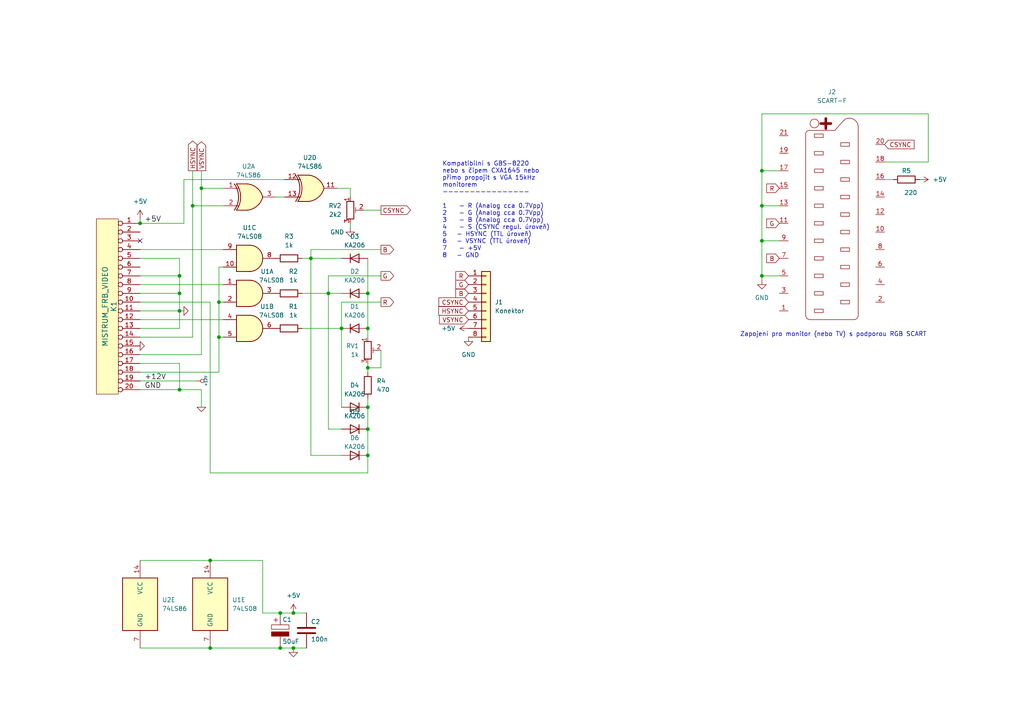
<source format=kicad_sch>
(kicad_sch (version 20230121) (generator eeschema)
  (paper "A4")
  (title_block (title "Mistrum Video Converter") (date "2022-08-20") (rev "1.1"))
  (lib_symbols
    (symbol "74xx:74LS08" (pin_names (offset 1.016))
      (property "Reference" "U" (at 0 1.27 0))
      (property "Value" "74LS08" (at 0 -1.27 0))
      (symbol "74LS08_1_1"
        (arc (start 0 -3.81) (mid 3.7934 0) (end 0 3.81) (stroke (width 0.254)) (fill (type background)))
        (polyline (pts (xy 0 3.81) (xy -3.81 3.81) (xy -3.81 -3.81) (xy 0 -3.81)) (stroke (width 0.254)) (fill (type background)))
        (pin input line (at -7.62 2.54 0) (length 3.81) (name "~") (number "1"))
        (pin input line (at -7.62 -2.54 0) (length 3.81) (name "~") (number "2"))
        (pin output line (at 7.62 0 180) (length 3.81) (name "~") (number "3"))
      )
      (symbol "74LS08_1_2"
        (arc (start -3.81 -3.81) (mid -2.589 0) (end -3.81 3.81) (stroke (width 0.254)))
        (arc (start -0.6096 -3.81) (mid 2.1855 -2.584) (end 3.81 0) (stroke (width 0.254)) (fill (type background)))
        (polyline (pts (xy -3.81 -3.81) (xy -0.635 -3.81)) (stroke (width 0.254)) (fill (type background)))
        (polyline (pts (xy -3.81 3.81) (xy -0.635 3.81)) (stroke (width 0.254)) (fill (type background)))
        (polyline (pts (xy -0.635 3.81) (xy -3.81 3.81) (xy -3.81 3.81) (xy -3.556 3.4036) (xy -3.0226 2.2606) (xy -2.6924 1.0414) (xy -2.6162 -0.254) (xy -2.7686 -1.4986) (xy -3.175 -2.7178) (xy -3.81 -3.81) (xy -3.81 -3.81) (xy -0.635 -3.81)) (stroke (width -25.4)) (fill (type background)))
        (arc (start 3.81 0) (mid 2.1928 2.5925) (end -0.6096 3.81) (stroke (width 0.254)) (fill (type background)))
        (pin input inverted (at -7.62 2.54 0) (length 4.318) (name "~") (number "1"))
        (pin input inverted (at -7.62 -2.54 0) (length 4.318) (name "~") (number "2"))
        (pin output inverted (at 7.62 0 180) (length 3.81) (name "~") (number "3"))
      )
      (symbol "74LS08_2_1"
        (arc (start 0 -3.81) (mid 3.7934 0) (end 0 3.81) (stroke (width 0.254)) (fill (type background)))
        (polyline (pts (xy 0 3.81) (xy -3.81 3.81) (xy -3.81 -3.81) (xy 0 -3.81)) (stroke (width 0.254)) (fill (type background)))
        (pin input line (at -7.62 2.54 0) (length 3.81) (name "~") (number "4"))
        (pin input line (at -7.62 -2.54 0) (length 3.81) (name "~") (number "5"))
        (pin output line (at 7.62 0 180) (length 3.81) (name "~") (number "6"))
      )
      (symbol "74LS08_2_2"
        (arc (start -3.81 -3.81) (mid -2.589 0) (end -3.81 3.81) (stroke (width 0.254)))
        (arc (start -0.6096 -3.81) (mid 2.1855 -2.584) (end 3.81 0) (stroke (width 0.254)) (fill (type background)))
        (polyline (pts (xy -3.81 -3.81) (xy -0.635 -3.81)) (stroke (width 0.254)) (fill (type background)))
        (polyline (pts (xy -3.81 3.81) (xy -0.635 3.81)) (stroke (width 0.254)) (fill (type background)))
        (polyline (pts (xy -0.635 3.81) (xy -3.81 3.81) (xy -3.81 3.81) (xy -3.556 3.4036) (xy -3.0226 2.2606) (xy -2.6924 1.0414) (xy -2.6162 -0.254) (xy -2.7686 -1.4986) (xy -3.175 -2.7178) (xy -3.81 -3.81) (xy -3.81 -3.81) (xy -0.635 -3.81)) (stroke (width -25.4)) (fill (type background)))
        (arc (start 3.81 0) (mid 2.1928 2.5925) (end -0.6096 3.81) (stroke (width 0.254)) (fill (type background)))
        (pin input inverted (at -7.62 2.54 0) (length 4.318) (name "~") (number "4"))
        (pin input inverted (at -7.62 -2.54 0) (length 4.318) (name "~") (number "5"))
        (pin output inverted (at 7.62 0 180) (length 3.81) (name "~") (number "6"))
      )
      (symbol "74LS08_3_1"
        (arc (start 0 -3.81) (mid 3.7934 0) (end 0 3.81) (stroke (width 0.254)) (fill (type background)))
        (polyline (pts (xy 0 3.81) (xy -3.81 3.81) (xy -3.81 -3.81) (xy 0 -3.81)) (stroke (width 0.254)) (fill (type background)))
        (pin input line (at -7.62 -2.54 0) (length 3.81) (name "~") (number "10"))
        (pin output line (at 7.62 0 180) (length 3.81) (name "~") (number "8"))
        (pin input line (at -7.62 2.54 0) (length 3.81) (name "~") (number "9"))
      )
      (symbol "74LS08_3_2"
        (arc (start -3.81 -3.81) (mid -2.589 0) (end -3.81 3.81) (stroke (width 0.254)))
        (arc (start -0.6096 -3.81) (mid 2.1855 -2.584) (end 3.81 0) (stroke (width 0.254)) (fill (type background)))
        (polyline (pts (xy -3.81 -3.81) (xy -0.635 -3.81)) (stroke (width 0.254)) (fill (type background)))
        (polyline (pts (xy -3.81 3.81) (xy -0.635 3.81)) (stroke (width 0.254)) (fill (type background)))
        (polyline (pts (xy -0.635 3.81) (xy -3.81 3.81) (xy -3.81 3.81) (xy -3.556 3.4036) (xy -3.0226 2.2606) (xy -2.6924 1.0414) (xy -2.6162 -0.254) (xy -2.7686 -1.4986) (xy -3.175 -2.7178) (xy -3.81 -3.81) (xy -3.81 -3.81) (xy -0.635 -3.81)) (stroke (width -25.4)) (fill (type background)))
        (arc (start 3.81 0) (mid 2.1928 2.5925) (end -0.6096 3.81) (stroke (width 0.254)) (fill (type background)))
        (pin input inverted (at -7.62 -2.54 0) (length 4.318) (name "~") (number "10"))
        (pin output inverted (at 7.62 0 180) (length 3.81) (name "~") (number "8"))
        (pin input inverted (at -7.62 2.54 0) (length 4.318) (name "~") (number "9"))
      )
      (symbol "74LS08_4_1"
        (arc (start 0 -3.81) (mid 3.7934 0) (end 0 3.81) (stroke (width 0.254)) (fill (type background)))
        (polyline (pts (xy 0 3.81) (xy -3.81 3.81) (xy -3.81 -3.81) (xy 0 -3.81)) (stroke (width 0.254)) (fill (type background)))
        (pin output line (at 7.62 0 180) (length 3.81) (name "~") (number "11"))
        (pin input line (at -7.62 2.54 0) (length 3.81) (name "~") (number "12"))
        (pin input line (at -7.62 -2.54 0) (length 3.81) (name "~") (number "13"))
      )
      (symbol "74LS08_4_2"
        (arc (start -3.81 -3.81) (mid -2.589 0) (end -3.81 3.81) (stroke (width 0.254)))
        (arc (start -0.6096 -3.81) (mid 2.1855 -2.584) (end 3.81 0) (stroke (width 0.254)) (fill (type background)))
        (polyline (pts (xy -3.81 -3.81) (xy -0.635 -3.81)) (stroke (width 0.254)) (fill (type background)))
        (polyline (pts (xy -3.81 3.81) (xy -0.635 3.81)) (stroke (width 0.254)) (fill (type background)))
        (polyline (pts (xy -0.635 3.81) (xy -3.81 3.81) (xy -3.81 3.81) (xy -3.556 3.4036) (xy -3.0226 2.2606) (xy -2.6924 1.0414) (xy -2.6162 -0.254) (xy -2.7686 -1.4986) (xy -3.175 -2.7178) (xy -3.81 -3.81) (xy -3.81 -3.81) (xy -0.635 -3.81)) (stroke (width -25.4)) (fill (type background)))
        (arc (start 3.81 0) (mid 2.1928 2.5925) (end -0.6096 3.81) (stroke (width 0.254)) (fill (type background)))
        (pin output inverted (at 7.62 0 180) (length 3.81) (name "~") (number "11"))
        (pin input inverted (at -7.62 2.54 0) (length 4.318) (name "~") (number "12"))
        (pin input inverted (at -7.62 -2.54 0) (length 4.318) (name "~") (number "13"))
      )
      (symbol "74LS08_5_0"
        (pin power_in line (at 0 12.7 270) (length 5.08) (name "VCC") (number "14"))
        (pin power_in line (at 0 -12.7 90) (length 5.08) (name "GND") (number "7"))
      )
      (symbol "74LS08_5_1"
        (rectangle (start -5.08 7.62) (end 5.08 -7.62) (stroke (width 0.254)) (fill (type background)))
      )
    )
    (symbol "74xx:74LS86" (pin_names (offset 1.016))
      (property "Reference" "U" (at 0 1.27 0))
      (property "Value" "74LS86" (at 0 -1.27 0))
      (symbol "74LS86_1_0"
        (arc (start -4.4196 -3.81) (mid -3.2033 0) (end -4.4196 3.81) (stroke (width 0.254)))
        (arc (start -3.81 -3.81) (mid -2.589 0) (end -3.81 3.81) (stroke (width 0.254)))
        (arc (start -0.6096 -3.81) (mid 2.1855 -2.584) (end 3.81 0) (stroke (width 0.254)) (fill (type background)))
        (polyline (pts (xy -3.81 -3.81) (xy -0.635 -3.81)) (stroke (width 0.254)) (fill (type background)))
        (polyline (pts (xy -3.81 3.81) (xy -0.635 3.81)) (stroke (width 0.254)) (fill (type background)))
        (polyline (pts (xy -0.635 3.81) (xy -3.81 3.81) (xy -3.81 3.81) (xy -3.556 3.4036) (xy -3.0226 2.2606) (xy -2.6924 1.0414) (xy -2.6162 -0.254) (xy -2.7686 -1.4986) (xy -3.175 -2.7178) (xy -3.81 -3.81) (xy -3.81 -3.81) (xy -0.635 -3.81)) (stroke (width -25.4)) (fill (type background)))
        (arc (start 3.81 0) (mid 2.1928 2.5925) (end -0.6096 3.81) (stroke (width 0.254)) (fill (type background)))
        (pin input line (at -7.62 2.54 0) (length 4.445) (name "~") (number "1"))
        (pin input line (at -7.62 -2.54 0) (length 4.445) (name "~") (number "2"))
        (pin output line (at 7.62 0 180) (length 3.81) (name "~") (number "3"))
      )
      (symbol "74LS86_1_1"
        (polyline (pts (xy -3.81 -2.54) (xy -3.175 -2.54)) (stroke (width 0.1524)))
        (polyline (pts (xy -3.81 2.54) (xy -3.175 2.54)) (stroke (width 0.1524)))
      )
      (symbol "74LS86_2_0"
        (arc (start -4.4196 -3.81) (mid -3.2033 0) (end -4.4196 3.81) (stroke (width 0.254)))
        (arc (start -3.81 -3.81) (mid -2.589 0) (end -3.81 3.81) (stroke (width 0.254)))
        (arc (start -0.6096 -3.81) (mid 2.1855 -2.584) (end 3.81 0) (stroke (width 0.254)) (fill (type background)))
        (polyline (pts (xy -3.81 -3.81) (xy -0.635 -3.81)) (stroke (width 0.254)) (fill (type background)))
        (polyline (pts (xy -3.81 3.81) (xy -0.635 3.81)) (stroke (width 0.254)) (fill (type background)))
        (polyline (pts (xy -0.635 3.81) (xy -3.81 3.81) (xy -3.81 3.81) (xy -3.556 3.4036) (xy -3.0226 2.2606) (xy -2.6924 1.0414) (xy -2.6162 -0.254) (xy -2.7686 -1.4986) (xy -3.175 -2.7178) (xy -3.81 -3.81) (xy -3.81 -3.81) (xy -0.635 -3.81)) (stroke (width -25.4)) (fill (type background)))
        (arc (start 3.81 0) (mid 2.1928 2.5925) (end -0.6096 3.81) (stroke (width 0.254)) (fill (type background)))
        (pin input line (at -7.62 2.54 0) (length 4.445) (name "~") (number "4"))
        (pin input line (at -7.62 -2.54 0) (length 4.445) (name "~") (number "5"))
        (pin output line (at 7.62 0 180) (length 3.81) (name "~") (number "6"))
      )
      (symbol "74LS86_2_1"
        (polyline (pts (xy -3.81 -2.54) (xy -3.175 -2.54)) (stroke (width 0.1524)))
        (polyline (pts (xy -3.81 2.54) (xy -3.175 2.54)) (stroke (width 0.1524)))
      )
      (symbol "74LS86_3_0"
        (arc (start -4.4196 -3.81) (mid -3.2033 0) (end -4.4196 3.81) (stroke (width 0.254)))
        (arc (start -3.81 -3.81) (mid -2.589 0) (end -3.81 3.81) (stroke (width 0.254)))
        (arc (start -0.6096 -3.81) (mid 2.1855 -2.584) (end 3.81 0) (stroke (width 0.254)) (fill (type background)))
        (polyline (pts (xy -3.81 -3.81) (xy -0.635 -3.81)) (stroke (width 0.254)) (fill (type background)))
        (polyline (pts (xy -3.81 3.81) (xy -0.635 3.81)) (stroke (width 0.254)) (fill (type background)))
        (polyline (pts (xy -0.635 3.81) (xy -3.81 3.81) (xy -3.81 3.81) (xy -3.556 3.4036) (xy -3.0226 2.2606) (xy -2.6924 1.0414) (xy -2.6162 -0.254) (xy -2.7686 -1.4986) (xy -3.175 -2.7178) (xy -3.81 -3.81) (xy -3.81 -3.81) (xy -0.635 -3.81)) (stroke (width -25.4)) (fill (type background)))
        (arc (start 3.81 0) (mid 2.1928 2.5925) (end -0.6096 3.81) (stroke (width 0.254)) (fill (type background)))
        (pin input line (at -7.62 -2.54 0) (length 4.445) (name "~") (number "10"))
        (pin output line (at 7.62 0 180) (length 3.81) (name "~") (number "8"))
        (pin input line (at -7.62 2.54 0) (length 4.445) (name "~") (number "9"))
      )
      (symbol "74LS86_3_1"
        (polyline (pts (xy -3.81 -2.54) (xy -3.175 -2.54)) (stroke (width 0.1524)))
        (polyline (pts (xy -3.81 2.54) (xy -3.175 2.54)) (stroke (width 0.1524)))
      )
      (symbol "74LS86_4_0"
        (arc (start -4.4196 -3.81) (mid -3.2033 0) (end -4.4196 3.81) (stroke (width 0.254)))
        (arc (start -3.81 -3.81) (mid -2.589 0) (end -3.81 3.81) (stroke (width 0.254)))
        (arc (start -0.6096 -3.81) (mid 2.1855 -2.584) (end 3.81 0) (stroke (width 0.254)) (fill (type background)))
        (polyline (pts (xy -3.81 -3.81) (xy -0.635 -3.81)) (stroke (width 0.254)) (fill (type background)))
        (polyline (pts (xy -3.81 3.81) (xy -0.635 3.81)) (stroke (width 0.254)) (fill (type background)))
        (polyline (pts (xy -0.635 3.81) (xy -3.81 3.81) (xy -3.81 3.81) (xy -3.556 3.4036) (xy -3.0226 2.2606) (xy -2.6924 1.0414) (xy -2.6162 -0.254) (xy -2.7686 -1.4986) (xy -3.175 -2.7178) (xy -3.81 -3.81) (xy -3.81 -3.81) (xy -0.635 -3.81)) (stroke (width -25.4)) (fill (type background)))
        (arc (start 3.81 0) (mid 2.1928 2.5925) (end -0.6096 3.81) (stroke (width 0.254)) (fill (type background)))
        (pin output line (at 7.62 0 180) (length 3.81) (name "~") (number "11"))
        (pin input line (at -7.62 2.54 0) (length 4.445) (name "~") (number "12"))
        (pin input line (at -7.62 -2.54 0) (length 4.445) (name "~") (number "13"))
      )
      (symbol "74LS86_4_1"
        (polyline (pts (xy -3.81 -2.54) (xy -3.175 -2.54)) (stroke (width 0.1524)))
        (polyline (pts (xy -3.81 2.54) (xy -3.175 2.54)) (stroke (width 0.1524)))
      )
      (symbol "74LS86_5_0"
        (pin power_in line (at 0 12.7 270) (length 5.08) (name "VCC") (number "14"))
        (pin power_in line (at 0 -12.7 90) (length 5.08) (name "GND") (number "7"))
      )
      (symbol "74LS86_5_1"
        (rectangle (start -5.08 7.62) (end 5.08 -7.62) (stroke (width 0.254)) (fill (type background)))
      )
    )
    (symbol "Connector:SCART-F" (pin_names (offset 0.762) hide)
      (property "Reference" "J" (at 0 31.75 0))
      (property "Value" "SCART-F" (at 1.016 -29.21 0))
      (symbol "SCART-F_0_1"
        (arc (start -7.62 -26.67) (mid -7.248 -27.568) (end -6.35 -27.94))
        (arc (start -6.604 26.9494) (mid -7.3224 26.6518) (end -7.62 25.9334))
        (rectangle (start -5.08 -24.892) (end -2.54 -25.908))
        (rectangle (start -5.08 -19.812) (end -2.54 -20.828))
        (rectangle (start -5.08 -14.732) (end -2.54 -15.748))
        (rectangle (start -5.08 -9.652) (end -2.54 -10.668))
        (rectangle (start -5.08 -4.572) (end -2.54 -5.588))
        (rectangle (start -5.08 0.508) (end -2.54 -0.508))
        (rectangle (start -5.08 5.588) (end -2.54 4.572))
        (rectangle (start -5.08 10.668) (end -2.54 9.652))
        (rectangle (start -5.08 15.748) (end -2.54 14.732))
        (rectangle (start -5.08 20.828) (end -2.54 19.812))
        (rectangle (start -5.08 25.908) (end -2.54 24.892))
        (circle (center -5.08 28.956) (radius 1.27))
        (polyline (pts (xy -7.62 22.86) (xy -7.62 -26.67)))
        (polyline (pts (xy -7.62 22.86) (xy -7.62 24.13)))
        (polyline (pts (xy -7.62 24.6634) (xy -7.62 24.13)))
        (polyline (pts (xy -7.62 24.6634) (xy -7.62 25.9334)))
        (polyline (pts (xy -6.604 26.9494) (xy 0.508 26.9494)))
        (polyline (pts (xy -6.35 -27.94) (xy 6.35 -27.94)))
        (polyline (pts (xy 3.302 29.718) (xy 1.27 27.432)))
        (polyline (pts (xy 4.826 30.48) (xy 5.08 30.48)))
        (polyline (pts (xy 7.62 -26.67) (xy 7.62 28.2194)))
        (arc (start 0.508 26.924) (mid 0.955 27.0688) (end 1.2192 27.4574))
        (rectangle (start 2.54 -22.352) (end 5.08 -23.368))
        (rectangle (start 2.54 -17.272) (end 5.08 -18.288))
        (rectangle (start 2.54 -12.192) (end 5.08 -13.208))
        (rectangle (start 2.54 -7.112) (end 5.08 -8.128))
        (rectangle (start 2.54 -2.032) (end 5.08 -3.048))
        (rectangle (start 2.54 3.048) (end 5.08 2.032))
        (rectangle (start 2.54 8.128) (end 5.08 7.112))
        (rectangle (start 2.54 13.208) (end 5.08 12.192))
        (rectangle (start 2.54 18.288) (end 5.08 17.272))
        (rectangle (start 2.54 23.368) (end 5.08 22.352))
        (arc (start 4.826 30.48) (mid 4.0004 30.2733) (end 3.3782 29.6926))
        (arc (start 6.35 -27.94) (mid 7.248 -27.568) (end 7.62 -26.67))
        (arc (start 7.62 27.94) (mid 6.8761 29.7361) (end 5.08 30.48))
        (text "+" (at -1.778 29.21 0) (effects (font (size 3.81 3.81) bold)))
      )
      (symbol "SCART-F_1_1"
        (pin passive line (at -15.24 -25.4 0) (length 2.54) (name "P1") (number "1"))
        (pin passive line (at 15.24 -2.54 180) (length 2.54) (name "P10") (number "10"))
        (pin passive line (at -15.24 0 0) (length 2.54) (name "P11") (number "11"))
        (pin passive line (at 15.24 2.54 180) (length 2.54) (name "P12") (number "12"))
        (pin passive line (at -15.24 5.08 0) (length 2.54) (name "P13") (number "13"))
        (pin passive line (at 15.24 7.62 180) (length 2.54) (name "P14") (number "14"))
        (pin passive line (at -15.24 10.16 0) (length 2.54) (name "P15") (number "15"))
        (pin passive line (at 15.24 12.7 180) (length 2.54) (name "P16") (number "16"))
        (pin passive line (at -15.24 15.24 0) (length 2.54) (name "P17") (number "17"))
        (pin passive line (at 15.24 17.78 180) (length 2.54) (name "P18") (number "18"))
        (pin passive line (at -15.24 20.32 0) (length 2.54) (name "P19") (number "19"))
        (pin passive line (at 15.24 -22.86 180) (length 2.54) (name "P2") (number "2"))
        (pin passive line (at 15.24 22.86 180) (length 2.54) (name "P20") (number "20"))
        (pin passive line (at -15.24 25.4 0) (length 2.54) (name "P21") (number "21"))
        (pin passive line (at -15.24 -20.32 0) (length 2.54) (name "P3") (number "3"))
        (pin passive line (at 15.24 -17.78 180) (length 2.54) (name "P4") (number "4"))
        (pin passive line (at -15.24 -15.24 0) (length 2.54) (name "P5") (number "5"))
        (pin passive line (at 15.24 -12.7 180) (length 2.54) (name "P6") (number "6"))
        (pin passive line (at -15.24 -10.16 0) (length 2.54) (name "P7") (number "7"))
        (pin passive line (at 15.24 -7.62 180) (length 2.54) (name "P8") (number "8"))
        (pin passive line (at -15.24 -5.08 0) (length 2.54) (name "P9") (number "9"))
      )
    )
    (symbol "Connector_Generic:Conn_01x08" (pin_names (offset 1.016) hide)
      (property "Reference" "J" (at 0 10.16 0))
      (property "Value" "Conn_01x08" (at 0 -12.7 0))
      (symbol "Conn_01x08_1_1"
        (rectangle (start -1.27 -10.033) (end 0 -10.287) (stroke (width 0.1524)))
        (rectangle (start -1.27 -7.493) (end 0 -7.747) (stroke (width 0.1524)))
        (rectangle (start -1.27 -4.953) (end 0 -5.207) (stroke (width 0.1524)))
        (rectangle (start -1.27 -2.413) (end 0 -2.667) (stroke (width 0.1524)))
        (rectangle (start -1.27 0.127) (end 0 -0.127) (stroke (width 0.1524)))
        (rectangle (start -1.27 2.667) (end 0 2.413) (stroke (width 0.1524)))
        (rectangle (start -1.27 5.207) (end 0 4.953) (stroke (width 0.1524)))
        (rectangle (start -1.27 7.747) (end 0 7.493) (stroke (width 0.1524)))
        (rectangle (start -1.27 8.89) (end 1.27 -11.43) (stroke (width 0.254)) (fill (type background)))
        (pin passive line (at -5.08 7.62 0) (length 3.81) (name "Pin_1") (number "1"))
        (pin passive line (at -5.08 5.08 0) (length 3.81) (name "Pin_2") (number "2"))
        (pin passive line (at -5.08 2.54 0) (length 3.81) (name "Pin_3") (number "3"))
        (pin passive line (at -5.08 0 0) (length 3.81) (name "Pin_4") (number "4"))
        (pin passive line (at -5.08 -2.54 0) (length 3.81) (name "Pin_5") (number "5"))
        (pin passive line (at -5.08 -5.08 0) (length 3.81) (name "Pin_6") (number "6"))
        (pin passive line (at -5.08 -7.62 0) (length 3.81) (name "Pin_7") (number "7"))
        (pin passive line (at -5.08 -10.16 0) (length 3.81) (name "Pin_8") (number "8"))
      )
    )
    (symbol "Device:D" (pin_numbers hide) (pin_names (offset 1.016) hide)
      (property "Reference" "D" (at 0 2.54 0))
      (property "Value" "D" (at 0 -2.54 0))
      (symbol "D_0_1"
        (polyline (pts (xy -1.27 1.27) (xy -1.27 -1.27)) (stroke (width 0.254)))
        (polyline (pts (xy 1.27 0) (xy -1.27 0)))
        (polyline (pts (xy 1.27 1.27) (xy 1.27 -1.27) (xy -1.27 0) (xy 1.27 1.27)) (stroke (width 0.254)))
      )
      (symbol "D_1_1"
        (pin passive line (at -3.81 0 0) (length 2.54) (name "K") (number "1"))
        (pin passive line (at 3.81 0 180) (length 2.54) (name "A") (number "2"))
      )
    )
    (symbol "Device:R" (pin_numbers hide) (pin_names (offset 0))
      (property "Reference" "R" (at 2.032 0 90))
      (property "Value" "R" (at 0 0 90))
      (symbol "R_0_1"
        (rectangle (start -1.016 -2.54) (end 1.016 2.54) (stroke (width 0.254)))
      )
      (symbol "R_1_1"
        (pin passive line (at 0 3.81 270) (length 1.27) (name "~") (number "1"))
        (pin passive line (at 0 -3.81 90) (length 1.27) (name "~") (number "2"))
      )
    )
    (symbol "Device:R_Potentiometer_Trim" (pin_names (offset 1.016) hide)
      (property "Reference" "RV" (at -4.445 0 90))
      (property "Value" "R_Potentiometer_Trim" (at -2.54 0 90))
      (symbol "R_Potentiometer_Trim_0_1"
        (polyline (pts (xy 1.524 0.762) (xy 1.524 -0.762)))
        (polyline (pts (xy 2.54 0) (xy 1.524 0)))
        (rectangle (start 1.016 2.54) (end -1.016 -2.54) (stroke (width 0.254)))
      )
      (symbol "R_Potentiometer_Trim_1_1"
        (pin passive line (at 0 3.81 270) (length 1.27) (name "1") (number "1"))
        (pin passive line (at 3.81 0 180) (length 1.27) (name "2") (number "2"))
        (pin passive line (at 0 -3.81 90) (length 1.27) (name "3") (number "3"))
      )
    )
    (symbol "modulator-rescue:+12V" (power) (pin_numbers hide) (pin_names (offset 0))
      (property "Value" "+12V" (at 0 2.54 0))
      (symbol "+12V_0_0"
        (pin power_in line (at 0 0 90) (length 0) hide (name "+12V") (number "1"))
      )
      (symbol "+12V_0_1"
        (polyline (pts (xy 0 0) (xy 0 1.016) (xy 0 1.016)))
        (circle (center 0 1.524) (radius 0.508))
      )
    )
    (symbol "modulator-rescue:C" (pin_numbers hide) (pin_names (offset 0.254))
      (property "Reference" "C" (at 1.27 2.54 0))
      (property "Value" "C" (at 1.27 -2.54 0))
      (symbol "C_0_1"
        (polyline (pts (xy -2.54 -0.762) (xy 2.54 -0.762)) (stroke (width 0.508)))
        (polyline (pts (xy -2.54 0.762) (xy 2.54 0.762)) (stroke (width 0.508)))
      )
      (symbol "C_1_1"
        (pin passive line (at 0 5.08 270) (length 4.318) (name "~") (number "1"))
        (pin passive line (at 0 -5.08 90) (length 4.318) (name "~") (number "2"))
      )
    )
    (symbol "modulator-rescue:CONN_20" (pin_names (offset 1.016) hide)
      (property "Reference" "P" (at -1.27 0 90))
      (property "Value" "CONN_20" (at 1.27 0 90))
      (symbol "CONN_20_0_1"
        (rectangle (start -2.54 -25.4) (end 3.81 25.4) (fill (type background)))
      )
      (symbol "CONN_20_1_1"
        (pin passive inverted (at -8.89 24.13 0) (length 6.35) (name "P1") (number "1"))
        (pin passive inverted (at -8.89 1.27 0) (length 6.35) (name "P10") (number "10"))
        (pin passive inverted (at -8.89 -1.27 0) (length 6.35) (name "P11") (number "11"))
        (pin passive inverted (at -8.89 -3.81 0) (length 6.35) (name "P12") (number "12"))
        (pin passive inverted (at -8.89 -6.35 0) (length 6.35) (name "P13") (number "13"))
        (pin passive inverted (at -8.89 -8.89 0) (length 6.35) (name "P14") (number "14"))
        (pin passive inverted (at -8.89 -11.43 0) (length 6.35) (name "P15") (number "15"))
        (pin passive inverted (at -8.89 -13.97 0) (length 6.35) (name "P16") (number "16"))
        (pin passive inverted (at -8.89 -16.51 0) (length 6.35) (name "P17") (number "17"))
        (pin passive inverted (at -8.89 -19.05 0) (length 6.35) (name "P18") (number "18"))
        (pin passive inverted (at -8.89 -21.59 0) (length 6.35) (name "P19") (number "19"))
        (pin passive inverted (at -8.89 21.59 0) (length 6.35) (name "P2") (number "2"))
        (pin passive inverted (at -8.89 -24.13 0) (length 6.35) (name "P20") (number "20"))
        (pin passive inverted (at -8.89 19.05 0) (length 6.35) (name "P3") (number "3"))
        (pin passive inverted (at -8.89 16.51 0) (length 6.35) (name "P4") (number "4"))
        (pin passive inverted (at -8.89 13.97 0) (length 6.35) (name "P5") (number "5"))
        (pin passive inverted (at -8.89 11.43 0) (length 6.35) (name "P6") (number "6"))
        (pin passive inverted (at -8.89 8.89 0) (length 6.35) (name "P7") (number "7"))
        (pin passive inverted (at -8.89 6.35 0) (length 6.35) (name "P8") (number "8"))
        (pin passive inverted (at -8.89 3.81 0) (length 6.35) (name "P9") (number "9"))
      )
    )
    (symbol "modulator-rescue:C_POL" (pin_numbers hide) (pin_names (offset 0.254))
      (property "Reference" "C" (at 0.635 3.175 0))
      (property "Value" "C_POL" (at 0.635 -3.175 0))
      (symbol "C_POL_0_0"
        (text "+" (at -1.27 3.175 0) (effects (font (size 1.524 1.524))))
      )
      (symbol "C_POL_0_1"
        (rectangle (start -2.54 -0.381) (end 2.54 -1.651) (fill (type outline)))
        (polyline (pts (xy 2.54 0.381) (xy 2.54 1.651) (xy -2.54 1.651) (xy -2.54 0.381) (xy 2.54 0.381) (xy 2.54 0.381)))
      )
      (symbol "C_POL_1_1"
        (pin passive line (at 0 5.08 270) (length 3.302) (name "~") (number "1"))
        (pin passive line (at 0 -5.08 90) (length 4.318) (name "~") (number "2"))
      )
    )
    (symbol "modulator-rescue:GND" (power) (pin_names (offset 0))
      (symbol "GND_0_1"
        (polyline (pts (xy -1.27 0) (xy 0 -1.27) (xy 1.27 0) (xy -1.27 0)))
      )
      (symbol "GND_1_1"
        (pin power_in line (at 0 0 90) (length 0) hide (name "GND") (number "1"))
      )
    )
    (symbol "power:+5V" (power) (pin_names (offset 0))
      (property "Value" "+5V" (at 0 3.556 0))
      (symbol "+5V_0_1"
        (polyline (pts (xy -0.762 1.27) (xy 0 2.54)))
        (polyline (pts (xy 0 0) (xy 0 2.54)))
        (polyline (pts (xy 0 2.54) (xy 0.762 1.27)))
      )
      (symbol "+5V_1_1"
        (pin power_in line (at 0 0 90) (length 0) hide (name "+5V") (number "1"))
      )
    )
    (symbol "power:GND" (power) (pin_names (offset 0))
      (property "Value" "GND" (at 0 -3.81 0))
      (symbol "GND_0_1"
        (polyline (pts (xy 0 0) (xy 0 -1.27) (xy 1.27 -1.27) (xy 0 -2.54) (xy -1.27 -1.27) (xy 0 -1.27)))
      )
      (symbol "GND_1_1"
        (pin power_in line (at 0 0 270) (length 0) hide (name "GND") (number "1"))
      )
    )
  )
  (junction (at 52.07 113.03))
  (junction (at 106.68 118.11))
  (junction (at 52.07 90.17))
  (junction (at 85.09 177.8))
  (junction (at 40.64 64.77))
  (junction (at 106.68 132.08))
  (junction (at 81.28 177.8))
  (junction (at 99.06 95.25))
  (junction (at 58.42 54.61))
  (junction (at 63.5 87.63))
  (junction (at 90.17 74.93))
  (junction (at 85.09 187.96))
  (junction (at 55.88 59.69))
  (junction (at 220.98 69.85))
  (junction (at 81.28 187.96))
  (junction (at 220.98 80.01))
  (junction (at 106.68 95.25))
  (junction (at 106.68 106.68))
  (junction (at 95.25 85.09))
  (junction (at 220.98 59.69))
  (junction (at 106.68 85.09))
  (junction (at 60.96 162.56))
  (junction (at 52.07 85.09))
  (junction (at 52.07 80.01))
  (junction (at 106.68 124.46))
  (junction (at 220.98 49.53))
  (junction (at 60.96 187.96))
  (junction (at 63.5 97.79))
  (no_connect (at 40.64 69.85))
  (wire (pts (xy 40.64 80.01) (xy 52.07 80.01)))
  (wire (pts (xy 99.06 95.25) (xy 99.06 87.63)))
  (wire (pts (xy 106.68 115.57) (xy 106.68 118.11)))
  (wire (pts (xy 256.54 46.99) (xy 269.24 46.99)))
  (wire (pts (xy 269.24 33.02) (xy 220.98 33.02)))
  (wire (pts (xy 53.34 90.17) (xy 52.07 90.17)))
  (wire (pts (xy 40.64 97.79) (xy 55.88 97.79)))
  (wire (pts (xy 40.64 102.87) (xy 58.42 102.87)))
  (wire (pts (xy 40.64 87.63) (xy 60.96 87.63)))
  (wire (pts (xy 76.2 162.56) (xy 76.2 177.8)))
  (wire (pts (xy 63.5 87.63) (xy 63.5 77.47)))
  (wire (pts (xy 58.42 54.61) (xy 64.77 54.61)))
  (wire (pts (xy 63.5 97.79) (xy 64.77 97.79)))
  (wire (pts (xy 60.96 87.63) (xy 60.96 137.16)))
  (wire (pts (xy 52.07 90.17) (xy 52.07 95.25)))
  (wire (pts (xy 40.64 63.5) (xy 40.64 64.77)))
  (wire (pts (xy 63.5 107.95) (xy 63.5 97.79)))
  (wire (pts (xy 85.09 187.96) (xy 85.09 189.23)))
  (wire (pts (xy 58.42 49.53) (xy 58.42 54.61)))
  (wire (pts (xy 40.64 107.95) (xy 63.5 107.95)))
  (wire (pts (xy 58.42 102.87) (xy 58.42 54.61)))
  (wire (pts (xy 110.49 101.6) (xy 110.49 106.68)))
  (wire (pts (xy 55.88 49.53) (xy 55.88 59.69)))
  (wire (pts (xy 90.17 74.93) (xy 90.17 72.39)))
  (wire (pts (xy 106.68 74.93) (xy 106.68 85.09)))
  (wire (pts (xy 85.09 177.8) (xy 88.9 177.8)))
  (wire (pts (xy 52.07 105.41) (xy 52.07 113.03)))
  (wire (pts (xy 60.96 162.56) (xy 76.2 162.56)))
  (wire (pts (xy 106.68 85.09) (xy 106.68 95.25)))
  (wire (pts (xy 99.06 124.46) (xy 95.25 124.46)))
  (wire (pts (xy 53.34 52.07) (xy 82.55 52.07)))
  (wire (pts (xy 85.09 187.96) (xy 88.9 187.96)))
  (wire (pts (xy 226.06 80.01) (xy 220.98 80.01)))
  (wire (pts (xy 106.68 105.41) (xy 106.68 106.68)))
  (wire (pts (xy 220.98 80.01) (xy 220.98 69.85)))
  (wire (pts (xy 52.07 85.09) (xy 40.64 85.09)))
  (wire (pts (xy 105.41 60.96) (xy 110.49 60.96)))
  (wire (pts (xy 99.06 87.63) (xy 110.49 87.63)))
  (wire (pts (xy 40.64 110.49) (xy 57.15 110.49)))
  (wire (pts (xy 269.24 46.99) (xy 269.24 33.02)))
  (wire (pts (xy 106.68 118.11) (xy 106.68 124.46)))
  (wire (pts (xy 220.98 59.69) (xy 226.06 59.69)))
  (wire (pts (xy 52.07 80.01) (xy 52.07 85.09)))
  (wire (pts (xy 60.96 137.16) (xy 106.68 137.16)))
  (wire (pts (xy 220.98 59.69) (xy 220.98 49.53)))
  (wire (pts (xy 220.98 81.28) (xy 220.98 80.01)))
  (wire (pts (xy 87.63 95.25) (xy 99.06 95.25)))
  (wire (pts (xy 220.98 49.53) (xy 226.06 49.53)))
  (wire (pts (xy 40.64 64.77) (xy 53.34 64.77)))
  (wire (pts (xy 63.5 87.63) (xy 64.77 87.63)))
  (wire (pts (xy 55.88 59.69) (xy 64.77 59.69)))
  (wire (pts (xy 40.64 95.25) (xy 52.07 95.25)))
  (wire (pts (xy 110.49 106.68) (xy 106.68 106.68)))
  (wire (pts (xy 58.42 113.03) (xy 58.42 118.11)))
  (wire (pts (xy 40.64 187.96) (xy 60.96 187.96)))
  (wire (pts (xy 55.88 59.69) (xy 55.88 97.79)))
  (wire (pts (xy 80.01 57.15) (xy 82.55 57.15)))
  (wire (pts (xy 90.17 72.39) (xy 110.49 72.39)))
  (wire (pts (xy 106.68 95.25) (xy 106.68 97.79)))
  (wire (pts (xy 95.25 85.09) (xy 99.06 85.09)))
  (wire (pts (xy 99.06 132.08) (xy 90.17 132.08)))
  (wire (pts (xy 90.17 74.93) (xy 90.17 132.08)))
  (wire (pts (xy 40.64 105.41) (xy 52.07 105.41)))
  (wire (pts (xy 76.2 177.8) (xy 81.28 177.8)))
  (wire (pts (xy 40.64 72.39) (xy 64.77 72.39)))
  (wire (pts (xy 101.6 64.77) (xy 101.6 66.04)))
  (wire (pts (xy 40.64 82.55) (xy 64.77 82.55)))
  (wire (pts (xy 87.63 85.09) (xy 95.25 85.09)))
  (wire (pts (xy 106.68 124.46) (xy 106.68 132.08)))
  (wire (pts (xy 256.54 52.07) (xy 259.08 52.07)))
  (wire (pts (xy 52.07 74.93) (xy 40.64 74.93)))
  (wire (pts (xy 220.98 33.02) (xy 220.98 49.53)))
  (wire (pts (xy 106.68 137.16) (xy 106.68 132.08)))
  (wire (pts (xy 52.07 74.93) (xy 52.07 80.01)))
  (wire (pts (xy 87.63 74.93) (xy 90.17 74.93)))
  (wire (pts (xy 52.07 113.03) (xy 40.64 113.03)))
  (wire (pts (xy 95.25 80.01) (xy 110.49 80.01)))
  (wire (pts (xy 63.5 77.47) (xy 64.77 77.47)))
  (wire (pts (xy 40.64 92.71) (xy 64.77 92.71)))
  (wire (pts (xy 60.96 187.96) (xy 81.28 187.96)))
  (wire (pts (xy 81.28 177.8) (xy 85.09 177.8)))
  (wire (pts (xy 220.98 69.85) (xy 226.06 69.85)))
  (wire (pts (xy 95.25 85.09) (xy 95.25 80.01)))
  (wire (pts (xy 40.64 162.56) (xy 60.96 162.56)))
  (wire (pts (xy 95.25 85.09) (xy 95.25 124.46)))
  (wire (pts (xy 220.98 69.85) (xy 220.98 59.69)))
  (wire (pts (xy 63.5 97.79) (xy 63.5 87.63)))
  (wire (pts (xy 90.17 74.93) (xy 99.06 74.93)))
  (wire (pts (xy 52.07 85.09) (xy 52.07 90.17)))
  (wire (pts (xy 53.34 64.77) (xy 53.34 52.07)))
  (wire (pts (xy 106.68 106.68) (xy 106.68 107.95)))
  (wire (pts (xy 52.07 90.17) (xy 40.64 90.17)))
  (wire (pts (xy 58.42 113.03) (xy 52.07 113.03)))
  (wire (pts (xy 101.6 57.15) (xy 101.6 54.61)))
  (wire (pts (xy 99.06 95.25) (xy 99.06 118.11)))
  (wire (pts (xy 101.6 54.61) (xy 97.79 54.61)))
  (wire (pts (xy 81.28 187.96) (xy 85.09 187.96)))
  (text "Kompatibilní s GBS-8220\nnebo s čipem CXA1645 nebo\npřímo propojit s VGA 15kHz\nmonitorem\n----------------\n\n1 	- R (Analog cca 0.7Vpp)\n2 	- G (Analog cca 0.7Vpp)\n3 	- B (Analog cca 0.7Vpp)\n4 	- S (CSYNC regul. úroveň)\n5   - HSYNC (TTL úroveň)\n6   - VSYNC (TTL úroveň)\n7 	- +5V\n8   - GND" (at 128.27 74.93 0) (effects (font (size 1.27 1.27)) (justify left bottom)))
  (text "Zapojení pro monitor (nebo TV) s podporou RGB SCART" (at 214.63 97.79 0) (effects (font (size 1.27 1.27)) (justify left bottom)))
  (label "GND" (at 41.91 113.03 0) (effects (font (size 1.524 1.524))))
  (label "+5V" (at 41.91 64.77 0) (effects (font (size 1.524 1.524))))
  (label "+12V" (at 41.91 110.49 0) (effects (font (size 1.524 1.524))))
  (global_label "HSYNC" (shape input) (at 135.89 90.17 180) (property "Intersheetrefs" "${INTERSHEET_REFS}" (effects hide)) (property "Reference mezi listy" "${INTERSHEET_REFS}" (effects hide)))
  (global_label "G" (shape input) (at 135.89 82.55 180) (property "Intersheetrefs" "${INTERSHEET_REFS}" (effects hide)) (property "Reference mezi listy" "${INTERSHEET_REFS}" (effects hide)))
  (global_label "B" (shape input) (at 135.89 85.09 180) (property "Intersheetrefs" "${INTERSHEET_REFS}" (effects hide)) (property "Reference mezi listy" "${INTERSHEET_REFS}" (effects hide)))
  (global_label "HSYNC" (shape output) (at 55.88 49.53 90) (property "Intersheetrefs" "${INTERSHEET_REFS}" (effects hide)) (property "Reference mezi listy" "${INTERSHEET_REFS}" (effects hide)))
  (global_label "G" (shape input) (at 226.06 64.77 180) (property "Intersheetrefs" "${INTERSHEET_REFS}" (effects hide)))
  (global_label "R" (shape input) (at 226.06 54.61 180) (property "Intersheetrefs" "${INTERSHEET_REFS}" (effects hide)))
  (global_label "VSYNC" (shape input) (at 135.89 92.71 180) (property "Intersheetrefs" "${INTERSHEET_REFS}" (effects hide)) (property "Reference mezi listy" "${INTERSHEET_REFS}" (effects hide)))
  (global_label "B" (shape output) (at 110.49 72.39 0) (property "Intersheetrefs" "${INTERSHEET_REFS}" (effects hide)) (property "Reference mezi listy" "${INTERSHEET_REFS}" (effects hide)))
  (global_label "R" (shape input) (at 135.89 80.01 180) (property "Intersheetrefs" "${INTERSHEET_REFS}" (effects hide)) (property "Reference mezi listy" "${INTERSHEET_REFS}" (effects hide)))
  (global_label "CSYNC" (shape output) (at 110.49 60.96 0) (property "Intersheetrefs" "${INTERSHEET_REFS}" (effects hide)) (property "Reference mezi listy" "${INTERSHEET_REFS}" (effects hide)))
  (global_label "G" (shape output) (at 110.49 80.01 0) (property "Intersheetrefs" "${INTERSHEET_REFS}" (effects hide)) (property "Reference mezi listy" "${INTERSHEET_REFS}" (effects hide)))
  (global_label "B" (shape input) (at 226.06 74.93 180) (property "Intersheetrefs" "${INTERSHEET_REFS}" (effects hide)))
  (global_label "CSYNC" (shape input) (at 256.54 41.91 0) (property "Intersheetrefs" "${INTERSHEET_REFS}" (effects hide)))
  (global_label "CSYNC" (shape input) (at 135.89 87.63 180) (property "Intersheetrefs" "${INTERSHEET_REFS}" (effects hide)) (property "Reference mezi listy" "${INTERSHEET_REFS}" (effects hide)))
  (global_label "VSYNC" (shape output) (at 58.42 49.53 90) (property "Intersheetrefs" "${INTERSHEET_REFS}" (effects hide)) (property "Reference mezi listy" "${INTERSHEET_REFS}" (effects hide)))
  (global_label "R" (shape output) (at 110.49 87.63 0) (property "Intersheetrefs" "${INTERSHEET_REFS}" (effects hide)) (property "Reference mezi listy" "${INTERSHEET_REFS}" (effects hide)))
  (symbol (lib_id "modulator-rescue:CONN_20") (at 31.75 88.9 0) (mirror y) (unit 1)
    (property "Reference" "K1" (at 33.02 88.9 90) (effects (font (size 1.524 1.524))))
    (property "Value" "MISTRUM_FRB_VIDEO" (at 30.48 88.9 90) (effects (font (size 1.524 1.524))))
    (property "Footprint" "Mistrum:TY5112011" (effects hide))
  )
  (symbol (lib_id "modulator-rescue:GND") (at 58.42 118.11 0) (unit 1)
    (property "Reference" "#PWR019" (effects hide))
    (property "Value" "GND" (effects hide))
  )
  (symbol (lib_id "modulator-rescue:+12V") (at 57.15 110.49 270) (unit 1)
    (property "Reference" "#PWR012" (effects hide))
    (property "Value" "+12V" (at 59.69 110.49 0) (effects (font (size 0.762 0.762))))
  )
  (symbol (lib_id "modulator-rescue:C_POL") (at 81.28 182.88 0) (unit 1)
    (property "Reference" "C1" (at 81.915 179.705 0) (effects (justify left)))
    (property "Value" "50uF" (at 81.915 186.055 0) (effects (justify left)))
    (property "Footprint" "Capacitor_THT:CP_Radial_D8.0mm_P3.50mm" (effects hide))
  )
  (symbol (lib_id "modulator-rescue:C") (at 88.9 182.88 0) (unit 1)
    (property "Reference" "C2" (at 90.17 180.34 0) (effects (justify left)))
    (property "Value" "100n" (at 90.17 185.42 0) (effects (justify left)))
    (property "Footprint" "Capacitor_THT:C_Disc_D5.0mm_W2.5mm_P5.00mm" (effects hide))
  )
  (symbol (lib_id "modulator-rescue:GND") (at 85.09 189.23 0) (unit 1)
    (property "Reference" "#PWR07" (effects hide))
    (property "Value" "GND" (effects hide))
  )
  (symbol (lib_id "modulator-rescue:GND") (at 40.64 100.33 90) (unit 1)
    (property "Reference" "#PWR03" (effects hide))
    (property "Value" "GND" (effects hide))
  )
  (symbol (lib_id "modulator-rescue:GND") (at 53.34 90.17 90) (unit 1)
    (property "Reference" "#PWR02" (effects hide))
    (property "Value" "GND" (effects hide))
  )
  (symbol (lib_id "power:GND") (at 135.89 97.79 0) (unit 1)
    (property "Reference" "#PWR0102" (effects hide))
    (property "Value" "GND" (at 135.89 102.87 0))
  )
  (symbol (lib_id "Connector:SCART-F") (at 241.3 64.77 0) (unit 1)
    (property "Reference" "J2" (at 241.3 26.67 0))
    (property "Value" "SCART-F" (at 241.3 29.21 0))
    (property "Datasheet" " ~" (effects hide))
  )
  (symbol (lib_id "74xx:74LS08") (at 72.39 95.25 0) (unit 2)
    (property "Reference" "U1" (at 77.47 88.9 0))
    (property "Value" "74LS08" (at 78.74 91.44 0))
    (property "Footprint" "Package_DIP:DIP-14_W7.62mm" (effects hide))
    (property "Datasheet" "http://www.ti.com/lit/gpn/sn74LS08" (effects hide))
  )
  (symbol (lib_id "74xx:74LS86") (at 90.17 54.61 0) (unit 4)
    (property "Reference" "U2" (at 89.8652 45.72 0))
    (property "Value" "74LS86" (at 89.8652 48.26 0))
    (property "Footprint" "Package_DIP:DIP-14_W7.62mm" (effects hide))
    (property "Datasheet" "74xx/74ls86.pdf" (effects hide))
  )
  (symbol (lib_id "Device:R") (at 262.89 52.07 90) (unit 1)
    (property "Reference" "R5" (at 262.89 49.53 90))
    (property "Value" "220" (at 264.16 55.88 90))
  )
  (symbol (lib_id "Device:R") (at 83.82 95.25 270) (unit 1)
    (property "Reference" "R1" (at 85.09 88.9 90))
    (property "Value" "1k" (at 85.09 91.44 90))
    (property "Footprint" "Resistor_THT:R_Axial_DIN0207_L6.3mm_D2.5mm_P7.62mm_Horizontal" (effects hide))
  )
  (symbol (lib_id "Device:R") (at 106.68 111.76 0) (unit 1)
    (property "Reference" "R4" (at 109.22 110.4899 0) (effects (justify left)))
    (property "Value" "470" (at 109.22 113.0299 0) (effects (justify left)))
    (property "Footprint" "Resistor_THT:R_Axial_DIN0207_L6.3mm_D2.5mm_P7.62mm_Horizontal" (effects hide))
  )
  (symbol (lib_id "power:+5V") (at 85.09 177.8 0) (unit 1)
    (property "Reference" "#PWR0105" (effects hide))
    (property "Value" "+5V" (at 85.09 172.72 0))
  )
  (symbol (lib_id "Device:R_Potentiometer_Trim") (at 101.6 60.96 0) (unit 1)
    (property "Reference" "RV2" (at 99.06 59.6899 0) (effects (justify right)))
    (property "Value" "2k2" (at 99.06 62.2299 0) (effects (justify right)))
    (property "Footprint" "4ms_Potentiometer:Pot_Trim_Round_6mm" (effects hide))
  )
  (symbol (lib_id "Device:D") (at 102.87 132.08 180) (unit 1)
    (property "Reference" "D6" (at 102.87 127 0))
    (property "Value" "KA206" (at 102.87 129.54 0))
    (property "Footprint" "Diode_THT:D_DO-35_SOD27_P7.62mm_Horizontal" (effects hide))
  )
  (symbol (lib_id "power:+5V") (at 40.64 63.5 0) (unit 1)
    (property "Reference" "#PWR0104" (effects hide))
    (property "Value" "+5V" (at 40.64 58.42 0))
  )
  (symbol (lib_id "power:GND") (at 101.6 66.04 0) (unit 1)
    (property "Reference" "#PWR0101" (effects hide))
    (property "Value" "GND" (at 97.79 67.31 0))
  )
  (symbol (lib_id "power:+5V") (at 135.89 95.25 90) (unit 1)
    (property "Reference" "#PWR0103" (effects hide))
    (property "Value" "+5V" (at 132.08 95.2499 90) (effects (justify left)))
  )
  (symbol (lib_id "Device:D") (at 102.87 124.46 180) (unit 1)
    (property "Reference" "D5" (at 102.87 119.38 0))
    (property "Value" "KA206" (at 102.87 120.65 0))
    (property "Footprint" "Diode_THT:D_DO-35_SOD27_P7.62mm_Horizontal" (effects hide))
  )
  (symbol (lib_id "Device:R") (at 83.82 85.09 90) (unit 1)
    (property "Reference" "R2" (at 85.09 78.74 90))
    (property "Value" "1k" (at 85.09 81.28 90))
    (property "Footprint" "Resistor_THT:R_Axial_DIN0207_L6.3mm_D2.5mm_P7.62mm_Horizontal" (effects hide))
  )
  (symbol (lib_id "power:GND") (at 220.98 81.28 0) (unit 1)
    (property "Reference" "#PWR0106" (effects hide))
    (property "Value" "GND" (at 220.98 86.36 0))
  )
  (symbol (lib_id "Device:R") (at 83.82 74.93 90) (unit 1)
    (property "Reference" "R3" (at 83.82 68.58 90))
    (property "Value" "1k" (at 83.82 71.12 90))
    (property "Footprint" "Resistor_THT:R_Axial_DIN0207_L6.3mm_D2.5mm_P7.62mm_Horizontal" (effects hide))
  )
  (symbol (lib_id "power:+5V") (at 266.7 52.07 270) (unit 1)
    (property "Reference" "#PWR0107" (effects hide))
    (property "Value" "+5V" (at 270.51 52.0699 90) (effects (justify left)))
  )
  (symbol (lib_id "Device:D") (at 102.87 85.09 0) (unit 1)
    (property "Reference" "D2" (at 102.87 78.74 0))
    (property "Value" "KA206" (at 102.87 81.28 0))
    (property "Footprint" "Diode_THT:D_DO-35_SOD27_P7.62mm_Horizontal" (effects hide))
  )
  (symbol (lib_id "74xx:74LS08") (at 72.39 74.93 0) (unit 3)
    (property "Reference" "U1" (at 72.39 66.04 0))
    (property "Value" "74LS08" (at 72.39 68.58 0))
    (property "Footprint" "Package_DIP:DIP-14_W7.62mm" (effects hide))
    (property "Datasheet" "http://www.ti.com/lit/gpn/sn74LS08" (effects hide))
  )
  (symbol (lib_id "Device:R_Potentiometer_Trim") (at 106.68 101.6 0) (unit 1)
    (property "Reference" "RV1" (at 104.14 100.3299 0) (effects (justify right)))
    (property "Value" "1k" (at 104.14 102.8699 0) (effects (justify right)))
    (property "Footprint" "4ms_Potentiometer:Pot_Trim_Round_6mm" (effects hide))
  )
  (symbol (lib_id "Device:D") (at 102.87 74.93 0) (unit 1)
    (property "Reference" "D3" (at 102.87 68.58 0))
    (property "Value" "KA206" (at 102.87 71.12 0))
    (property "Footprint" "Diode_THT:D_DO-35_SOD27_P7.62mm_Horizontal" (effects hide))
  )
  (symbol (lib_id "74xx:74LS08") (at 72.39 85.09 0) (unit 1)
    (property "Reference" "U1" (at 77.47 78.74 0))
    (property "Value" "74LS08" (at 78.74 81.28 0))
    (property "Footprint" "Package_DIP:DIP-14_W7.62mm" (effects hide))
    (property "Datasheet" "http://www.ti.com/lit/gpn/sn74LS08" (effects hide))
  )
  (symbol (lib_id "Connector_Generic:Conn_01x08") (at 140.97 87.63 0) (unit 1)
    (property "Reference" "J1" (at 143.51 87.6299 0) (effects (justify left)))
    (property "Value" "Konektor" (at 143.51 90.1699 0) (effects (justify left)))
    (property "Footprint" "Connector_PinHeader_2.54mm:PinHeader_1x08_P2.54mm_Vertical" (effects hide))
  )
  (symbol (lib_id "Device:D") (at 102.87 95.25 0) (unit 1)
    (property "Reference" "D1" (at 102.87 88.9 0))
    (property "Value" "KA206" (at 102.87 91.44 0))
    (property "Footprint" "Diode_THT:D_DO-35_SOD27_P7.62mm_Horizontal" (effects hide))
  )
  (symbol (lib_id "74xx:74LS86") (at 40.64 175.26 0) (unit 5)
    (property "Reference" "U2" (at 46.99 173.9899 0) (effects (justify left)))
    (property "Value" "74LS86" (at 46.99 176.5299 0) (effects (justify left)))
    (property "Footprint" "Package_DIP:DIP-14_W7.62mm" (effects hide))
    (property "Datasheet" "74xx/74ls86.pdf" (effects hide))
  )
  (symbol (lib_id "Device:D") (at 102.87 118.11 180) (unit 1)
    (property "Reference" "D4" (at 102.87 111.76 0))
    (property "Value" "KA206" (at 102.87 114.3 0))
    (property "Footprint" "Diode_THT:D_DO-35_SOD27_P7.62mm_Horizontal" (effects hide))
  )
  (symbol (lib_id "74xx:74LS08") (at 60.96 175.26 0) (unit 5)
    (property "Reference" "U1" (at 67.31 173.9899 0) (effects (justify left)))
    (property "Value" "74LS08" (at 67.31 176.5299 0) (effects (justify left)))
    (property "Footprint" "Package_DIP:DIP-14_W7.62mm" (effects hide))
    (property "Datasheet" "http://www.ti.com/lit/gpn/sn74LS08" (effects hide))
  )
  (symbol (lib_id "74xx:74LS86") (at 72.39 57.15 0) (unit 1)
    (property "Reference" "U2" (at 72.0852 48.26 0))
    (property "Value" "74LS86" (at 72.0852 50.8 0))
    (property "Footprint" "Package_DIP:DIP-14_W7.62mm" (effects hide))
    (property "Datasheet" "74xx/74ls86.pdf" (effects hide))
  )
)
</source>
